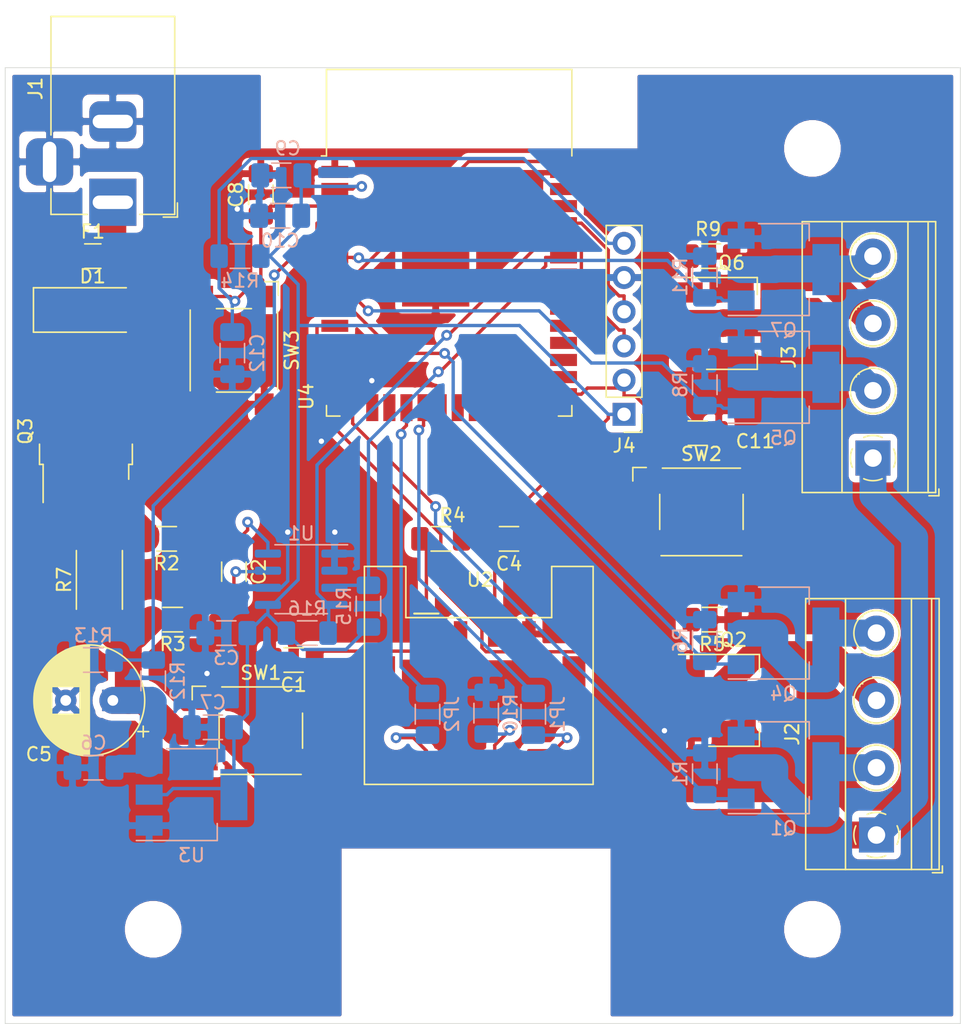
<source format=kicad_pcb>
(kicad_pcb (version 20171130) (host pcbnew 5.1.8+dfsg1-1+b1)
  (layers (0 F.Cu signal) (31 B.Cu signal) (34 B.Paste user) (35 F.Paste user) (36 B.SilkS user) (37 F.SilkS user) (38 B.Mask user) (39 F.Mask user) (44 Edge.Cuts user))
  (net 0 "")
  (net 1 GND)
  (net 2 "Net-(C1-Pad1)")
  (net 3 "Net-(C2-Pad2)")
  (net 4 "Net-(C2-Pad1)")
  (net 5 +3V3)
  (net 6 SHUNT-)
  (net 7 ESP32_EN)
  (net 8 GPIO0)
  (net 9 "Net-(D1-Pad1)")
  (net 10 "Net-(F1-Pad2)")
  (net 11 "Net-(J2-Pad4)")
  (net 12 "Net-(J2-Pad3)")
  (net 13 "Net-(J2-Pad2)")
  (net 14 "Net-(J3-Pad4)")
  (net 15 "Net-(J3-Pad3)")
  (net 16 "Net-(J3-Pad2)")
  (net 17 UART0_TX)
  (net 18 UART0_RX)
  (net 19 UART1_TX)
  (net 20 IQRF_RX)
  (net 21 UART1_RX)
  (net 22 IQRF_TX)
  (net 23 PWM1)
  (net 24 PWM2)
  (net 25 SHUNT+)
  (net 26 PWM3)
  (net 27 PWM4)
  (net 28 PWM5)
  (net 29 PWM6)
  (net 30 "Net-(R10-Pad1)")
  (net 31 "Net-(R12-Pad2)")
  (net 32 SDA)
  (net 33 SCL)
  (net 34 "Net-(U2-PadC2)")
  (net 35 "Net-(U2-PadC6)")
  (net 36 "Net-(U4-Pad5)")
  (net 37 "Net-(U4-Pad12)")
  (net 38 "Net-(U4-Pad13)")
  (net 39 "Net-(U4-Pad14)")
  (net 40 "Net-(U4-Pad16)")
  (net 41 "Net-(U4-Pad19)")
  (net 42 "Net-(U4-Pad20)")
  (net 43 "Net-(U4-Pad21)")
  (net 44 "Net-(U4-Pad22)")
  (net 45 "Net-(U4-Pad23)")
  (net 46 "Net-(U4-Pad24)")
  (net 47 "Net-(U4-Pad26)")
  (net 48 "Net-(U4-Pad27)")
  (net 49 "Net-(U4-Pad28)")
  (net 50 "Net-(U4-Pad29)")
  (net 51 "Net-(U4-Pad30)")
  (net 52 "Net-(U4-Pad31)")
  (net 53 "Net-(U4-Pad32)")
  (net 54 "Net-(U4-Pad37)")
  (module Button_Switch_SMD:SW_SPST_Omron_B3FS-100xP (layer F.Cu) (at 157 51 270)
    (fp_text reference SW3 (at 0 -4.3 90) (layer F.SilkS))
    (fp_text value SW_Push_Dual)
    (pad 3 smd rect (at -4 2.25 90) (size 1.6 1.4) (layers F.Cu F.Paste F.Mask) (net 7 ESP32_EN))
    (pad 4 smd rect (at 4 2.25 90) (size 1.6 1.4) (layers F.Cu F.Paste F.Mask) (net 1 GND))
    (pad 1 smd rect (at -4 -2.25 90) (size 1.6 1.4) (layers F.Cu F.Paste F.Mask) (net 7 ESP32_EN))
    (pad 2 smd rect (at 4 -2.25 90) (size 1.6 1.4) (layers F.Cu F.Paste F.Mask) (net 1 GND))
  )
  (module Button_Switch_SMD:SW_SPST_Omron_B3FS-100xP (layer F.Cu) (at 191.75 63)
    (fp_text reference SW2 (at 0 -4.3) (layer F.SilkS))
    (fp_text value SW_Push_Dual)
    (pad 3 smd rect (at -4 2.25 180) (size 1.6 1.4) (layers F.Cu F.Paste F.Mask) (net 8 GPIO0))
    (pad 4 smd rect (at 4 2.25 180) (size 1.6 1.4) (layers F.Cu F.Paste F.Mask) (net 1 GND))
    (pad 1 smd rect (at -4 -2.25 180) (size 1.6 1.4) (layers F.Cu F.Paste F.Mask) (net 8 GPIO0))
    (pad 2 smd rect (at 4 -2.25 180) (size 1.6 1.4) (layers F.Cu F.Paste F.Mask) (net 1 GND))
  )
  (module Button_Switch_SMD:SW_SPST_Omron_B3FS-100xP (layer F.Cu) (at 159 79.25)
    (fp_text reference SW1 (at 0 -4.3) (layer F.SilkS))
    (fp_text value SW_Push_Dual)
    (pad 3 smd rect (at -4 2.25 180) (size 1.6 1.4) (layers F.Cu F.Paste F.Mask) (net 1 GND))
    (pad 4 smd rect (at 4 2.25 180) (size 1.6 1.4) (layers F.Cu F.Paste F.Mask) (net 2 "Net-(C1-Pad1)"))
    (pad 1 smd rect (at -4 -2.25 180) (size 1.6 1.4) (layers F.Cu F.Paste F.Mask) (net 1 GND))
    (pad 2 smd rect (at 4 -2.25 180) (size 1.6 1.4) (layers F.Cu F.Paste F.Mask) (net 2 "Net-(C1-Pad1)"))
  )
  (module MountingHole:MountingHole_3.2mm_M3 (layer F.Cu) (at 200 94)
    (fp_text reference H3 hide)
    (fp_text value MountingHole)
    (pad 1 np_thru_hole circle (at 0 0) (size 3.2 3.2) (drill 3.2) (layers *.Cu *.Mask))
  )
  (module MountingHole:MountingHole_3.2mm_M3 (layer F.Cu) (at 151 94)
    (fp_text reference H2 hide)
    (fp_text value MountingHole)
    (pad 1 np_thru_hole circle (at 0 0) (size 3.2 3.2) (drill 3.2) (layers *.Cu *.Mask))
  )
  (module MountingHole:MountingHole_3.2mm_M3 (layer F.Cu) (at 200 36)
    (fp_text reference H1 hide)
    (fp_text value MountingHole)
    (pad 1 np_thru_hole circle (at 0 0) (size 3.2 3.2) (drill 3.2) (layers *.Cu *.Mask))
  )
  (module RF_Module:ESP32-WROOM-32 (layer F.Cu) (at 173 46)
    (fp_text reference U4 (at -10.61 8.43 90) (layer F.SilkS))
    (fp_text value ESP32-WROOM-32D)
    (pad 39 smd rect (at -1 -0.755) (size 5 5) (layers F.Cu F.Paste F.Mask) (net 1 GND))
    (pad 1 smd rect (at -8.5 -8.255) (size 2 0.9) (layers F.Cu F.Paste F.Mask) (net 1 GND))
    (pad 2 smd rect (at -8.5 -6.985) (size 2 0.9) (layers F.Cu F.Paste F.Mask) (net 5 +3V3))
    (pad 3 smd rect (at -8.5 -5.715) (size 2 0.9) (layers F.Cu F.Paste F.Mask) (net 7 ESP32_EN))
    (pad 4 smd rect (at -8.5 -4.445) (size 2 0.9) (layers F.Cu F.Paste F.Mask) (net 31 "Net-(R12-Pad2)"))
    (pad 5 smd rect (at -8.5 -3.175) (size 2 0.9) (layers F.Cu F.Paste F.Mask) (net 36 "Net-(U4-Pad5)"))
    (pad 6 smd rect (at -8.5 -1.905) (size 2 0.9) (layers F.Cu F.Paste F.Mask) (net 29 PWM6))
    (pad 7 smd rect (at -8.5 -0.635) (size 2 0.9) (layers F.Cu F.Paste F.Mask) (net 28 PWM5))
    (pad 8 smd rect (at -8.5 0.635) (size 2 0.9) (layers F.Cu F.Paste F.Mask) (net 27 PWM4))
    (pad 9 smd rect (at -8.5 1.905) (size 2 0.9) (layers F.Cu F.Paste F.Mask) (net 26 PWM3))
    (pad 10 smd rect (at -8.5 3.175) (size 2 0.9) (layers F.Cu F.Paste F.Mask) (net 24 PWM2))
    (pad 11 smd rect (at -8.5 4.445) (size 2 0.9) (layers F.Cu F.Paste F.Mask) (net 23 PWM1))
    (pad 12 smd rect (at -8.5 5.715) (size 2 0.9) (layers F.Cu F.Paste F.Mask) (net 37 "Net-(U4-Pad12)"))
    (pad 13 smd rect (at -8.5 6.985) (size 2 0.9) (layers F.Cu F.Paste F.Mask) (net 38 "Net-(U4-Pad13)"))
    (pad 14 smd rect (at -8.5 8.255) (size 2 0.9) (layers F.Cu F.Paste F.Mask) (net 39 "Net-(U4-Pad14)"))
    (pad 15 smd rect (at -5.715 9.255 90) (size 2 0.9) (layers F.Cu F.Paste F.Mask) (net 1 GND))
    (pad 16 smd rect (at -4.445 9.255 90) (size 2 0.9) (layers F.Cu F.Paste F.Mask) (net 40 "Net-(U4-Pad16)"))
    (pad 17 smd rect (at -3.175 9.255 90) (size 2 0.9) (layers F.Cu F.Paste F.Mask) (net 21 UART1_RX))
    (pad 18 smd rect (at -1.905 9.255 90) (size 2 0.9) (layers F.Cu F.Paste F.Mask) (net 19 UART1_TX))
    (pad 19 smd rect (at -0.635 9.255 90) (size 2 0.9) (layers F.Cu F.Paste F.Mask) (net 41 "Net-(U4-Pad19)"))
    (pad 20 smd rect (at 0.635 9.255 90) (size 2 0.9) (layers F.Cu F.Paste F.Mask) (net 42 "Net-(U4-Pad20)"))
    (pad 21 smd rect (at 1.905 9.255 90) (size 2 0.9) (layers F.Cu F.Paste F.Mask) (net 43 "Net-(U4-Pad21)"))
    (pad 22 smd rect (at 3.175 9.255 90) (size 2 0.9) (layers F.Cu F.Paste F.Mask) (net 44 "Net-(U4-Pad22)"))
    (pad 23 smd rect (at 4.445 9.255 90) (size 2 0.9) (layers F.Cu F.Paste F.Mask) (net 45 "Net-(U4-Pad23)"))
    (pad 24 smd rect (at 5.715 9.255 90) (size 2 0.9) (layers F.Cu F.Paste F.Mask) (net 46 "Net-(U4-Pad24)"))
    (pad 25 smd rect (at 8.5 8.255) (size 2 0.9) (layers F.Cu F.Paste F.Mask) (net 8 GPIO0))
    (pad 26 smd rect (at 8.5 6.985) (size 2 0.9) (layers F.Cu F.Paste F.Mask) (net 47 "Net-(U4-Pad26)"))
    (pad 27 smd rect (at 8.5 5.715) (size 2 0.9) (layers F.Cu F.Paste F.Mask) (net 48 "Net-(U4-Pad27)"))
    (pad 28 smd rect (at 8.5 4.445) (size 2 0.9) (layers F.Cu F.Paste F.Mask) (net 49 "Net-(U4-Pad28)"))
    (pad 29 smd rect (at 8.5 3.175) (size 2 0.9) (layers F.Cu F.Paste F.Mask) (net 50 "Net-(U4-Pad29)"))
    (pad 30 smd rect (at 8.5 1.905) (size 2 0.9) (layers F.Cu F.Paste F.Mask) (net 51 "Net-(U4-Pad30)"))
    (pad 31 smd rect (at 8.5 0.635) (size 2 0.9) (layers F.Cu F.Paste F.Mask) (net 52 "Net-(U4-Pad31)"))
    (pad 32 smd rect (at 8.5 -0.635) (size 2 0.9) (layers F.Cu F.Paste F.Mask) (net 53 "Net-(U4-Pad32)"))
    (pad 33 smd rect (at 8.5 -1.905) (size 2 0.9) (layers F.Cu F.Paste F.Mask) (net 32 SDA))
    (pad 34 smd rect (at 8.5 -3.175) (size 2 0.9) (layers F.Cu F.Paste F.Mask) (net 18 UART0_RX))
    (pad 35 smd rect (at 8.5 -4.445) (size 2 0.9) (layers F.Cu F.Paste F.Mask) (net 17 UART0_TX))
    (pad 36 smd rect (at 8.5 -5.715) (size 2 0.9) (layers F.Cu F.Paste F.Mask) (net 33 SCL))
    (pad 37 smd rect (at 8.5 -6.985) (size 2 0.9) (layers F.Cu F.Paste F.Mask) (net 54 "Net-(U4-Pad37)"))
    (pad 38 smd rect (at 8.5 -8.255) (size 2 0.9) (layers F.Cu F.Paste F.Mask) (net 1 GND))
  )
  (module Fuse:Fuse_1206_3216Metric_Pad1.42x1.75mm_HandSolder (layer F.Cu) (at 146.512 44)
    (fp_text reference F1 (at 0 -1.82) (layer F.SilkS))
    (fp_text value 2A)
    (pad 2 smd roundrect (at 1.4875 0) (size 1.425 1.75) (layers F.Cu F.Paste F.Mask) (roundrect_rratio 0.1754385964912281) (net 10 "Net-(F1-Pad2)"))
    (pad 1 smd roundrect (at -1.4875 0) (size 1.425 1.75) (layers F.Cu F.Paste F.Mask) (roundrect_rratio 0.1754385964912281) (net 9 "Net-(D1-Pad1)"))
  )
  (module Package_TO_SOT_SMD:SOT-223-3_TabPin2 (layer B.Cu) (at 153.85 84)
    (fp_text reference U3 (at 0 4.5 180) (layer B.SilkS) (effects (justify mirror)))
    (fp_text value LDL1117S33R_SOT223)
    (pad 1 smd rect (at -3.15 2.3) (size 2 1.5) (layers B.Cu B.Paste B.Mask) (net 1 GND))
    (pad 3 smd rect (at -3.15 -2.3) (size 2 1.5) (layers B.Cu B.Paste B.Mask) (net 6 SHUNT-))
    (pad 2 smd rect (at -3.15 0) (size 2 1.5) (layers B.Cu B.Paste B.Mask) (net 5 +3V3))
    (pad 2 smd rect (at 3.15 0) (size 2 3.8) (layers B.Cu B.Paste B.Mask) (net 5 +3V3))
  )
  (module RF_Module:IQRF_TRx2DA_KON-SIM-01 (layer F.Cu) (at 175.2 77.04)
    (fp_text reference U2 (at 0.1 -9) (layer F.SilkS))
    (fp_text value TR-72DAT)
    (pad C1 smd rect (at -3.895 -4.975) (size 1 1.9) (layers F.Cu F.Paste F.Mask) (net 2 "Net-(C1-Pad1)"))
    (pad C2 smd rect (at -1.355 -4.975) (size 1 1.9) (layers F.Cu F.Paste F.Mask) (net 34 "Net-(U2-PadC2)"))
    (pad C3 smd rect (at 1.185 -4.975) (size 1 1.9) (layers F.Cu F.Paste F.Mask) (net 5 +3V3))
    (pad C4 smd rect (at 3.725 -4.975) (size 1 1.9) (layers F.Cu F.Paste F.Mask) (net 1 GND))
    (pad C5 smd rect (at -3.895 4.975) (size 1 1.9) (layers F.Cu F.Paste F.Mask) (net 22 IQRF_TX))
    (pad C6 smd rect (at -1.355 4.975) (size 1 1.9) (layers F.Cu F.Paste F.Mask) (net 35 "Net-(U2-PadC6)"))
    (pad C7 smd rect (at 1.185 4.975) (size 1 1.9) (layers F.Cu F.Paste F.Mask) (net 30 "Net-(R10-Pad1)"))
    (pad C8 smd rect (at 3.725 4.975) (size 1 1.9) (layers F.Cu F.Paste F.Mask) (net 20 IQRF_RX))
    (pad "" smd rect (at -7.075 -1.07) (size 1.7 4.5) (layers F.Cu F.Paste F.Mask))
    (pad "" smd rect (at 7.075 -1.07) (size 1.7 4.5) (layers F.Cu F.Paste F.Mask))
  )
  (module Package_SO:SOIC-8_3.9x4.9mm_P1.27mm (layer B.Cu) (at 162 68 180)
    (fp_text reference U1 (at 0 3.4) (layer B.SilkS) (effects (justify mirror)))
    (fp_text value INA219AxD)
    (pad 8 smd roundrect (at 2.475 1.905 180) (size 1.95 0.6) (layers B.Cu B.Paste B.Mask) (net 4 "Net-(C2-Pad1)"))
    (pad 7 smd roundrect (at 2.475 0.635 180) (size 1.95 0.6) (layers B.Cu B.Paste B.Mask) (net 3 "Net-(C2-Pad2)"))
    (pad 6 smd roundrect (at 2.475 -0.635 180) (size 1.95 0.6) (layers B.Cu B.Paste B.Mask) (net 1 GND))
    (pad 5 smd roundrect (at 2.475 -1.905 180) (size 1.95 0.6) (layers B.Cu B.Paste B.Mask) (net 5 +3V3))
    (pad 4 smd roundrect (at -2.475 -1.905 180) (size 1.95 0.6) (layers B.Cu B.Paste B.Mask) (net 33 SCL))
    (pad 3 smd roundrect (at -2.475 -0.635 180) (size 1.95 0.6) (layers B.Cu B.Paste B.Mask) (net 32 SDA))
    (pad 2 smd roundrect (at -2.475 0.635 180) (size 1.95 0.6) (layers B.Cu B.Paste B.Mask) (net 1 GND))
    (pad 1 smd roundrect (at -2.475 1.905 180) (size 1.95 0.6) (layers B.Cu B.Paste B.Mask) (net 1 GND))
  )
  (module Resistor_SMD:R_1206_3216Metric_Pad1.30x1.75mm_HandSolder (layer B.Cu) (at 162.45 72 180)
    (fp_text reference R16 (at 0 1.82 180) (layer B.SilkS) (effects (justify mirror)))
    (fp_text value 3.3k)
    (pad 2 smd roundrect (at 1.55 0 180) (size 1.3 1.75) (layers B.Cu B.Paste B.Mask) (roundrect_rratio 0.1923076923076923) (net 5 +3V3))
    (pad 1 smd roundrect (at -1.55 0 180) (size 1.3 1.75) (layers B.Cu B.Paste B.Mask) (roundrect_rratio 0.1923076923076923) (net 33 SCL))
  )
  (module Resistor_SMD:R_1206_3216Metric_Pad1.30x1.75mm_HandSolder (layer B.Cu) (at 167 70 270)
    (fp_text reference R15 (at 0 1.82 90) (layer B.SilkS) (effects (justify mirror)))
    (fp_text value 3.3k)
    (pad 2 smd roundrect (at 1.55 0 270) (size 1.3 1.75) (layers B.Cu B.Paste B.Mask) (roundrect_rratio 0.1923076923076923) (net 5 +3V3))
    (pad 1 smd roundrect (at -1.55 0 270) (size 1.3 1.75) (layers B.Cu B.Paste B.Mask) (roundrect_rratio 0.1923076923076923) (net 32 SDA))
  )
  (module Resistor_SMD:R_1206_3216Metric_Pad1.30x1.75mm_HandSolder (layer B.Cu) (at 157.45 44)
    (fp_text reference R14 (at 0 1.82 180) (layer B.SilkS) (effects (justify mirror)))
    (fp_text value 10k)
    (pad 2 smd roundrect (at 1.55 0) (size 1.3 1.75) (layers B.Cu B.Paste B.Mask) (roundrect_rratio 0.1923076923076923) (net 5 +3V3))
    (pad 1 smd roundrect (at -1.55 0) (size 1.3 1.75) (layers B.Cu B.Paste B.Mask) (roundrect_rratio 0.1923076923076923) (net 7 ESP32_EN))
  )
  (module Resistor_SMD:R_1206_3216Metric_Pad1.30x1.75mm_HandSolder (layer B.Cu) (at 146.55 74 180)
    (fp_text reference R13 (at 0 1.82) (layer B.SilkS) (effects (justify mirror)))
    (fp_text value 2.7k)
    (pad 1 smd roundrect (at -1.55 0 180) (size 1.3 1.75) (layers B.Cu B.Paste B.Mask) (roundrect_rratio 0.1923076923076923) (net 31 "Net-(R12-Pad2)"))
    (pad 2 smd roundrect (at 1.55 0 180) (size 1.3 1.75) (layers B.Cu B.Paste B.Mask) (roundrect_rratio 0.1923076923076923) (net 1 GND))
  )
  (module Resistor_SMD:R_1206_3216Metric_Pad1.30x1.75mm_HandSolder (layer B.Cu) (at 151 75.55 90)
    (fp_text reference R12 (at 0 1.82 90) (layer B.SilkS) (effects (justify mirror)))
    (fp_text value 10k)
    (pad 2 smd roundrect (at 1.55 0 90) (size 1.3 1.75) (layers B.Cu B.Paste B.Mask) (roundrect_rratio 0.1923076923076923) (net 31 "Net-(R12-Pad2)"))
    (pad 1 smd roundrect (at -1.55 0 90) (size 1.3 1.75) (layers B.Cu B.Paste B.Mask) (roundrect_rratio 0.1923076923076923) (net 6 SHUNT-))
  )
  (module Resistor_SMD:R_1206_3216Metric_Pad1.30x1.75mm_HandSolder (layer B.Cu) (at 192 45.55 270)
    (fp_text reference R11 (at 0 1.82 90) (layer B.SilkS) (effects (justify mirror)))
    (fp_text value 10k)
    (pad 2 smd roundrect (at 1.55 0 270) (size 1.3 1.75) (layers B.Cu B.Paste B.Mask) (roundrect_rratio 0.1923076923076923) (net 29 PWM6))
    (pad 1 smd roundrect (at -1.55 0 270) (size 1.3 1.75) (layers B.Cu B.Paste B.Mask) (roundrect_rratio 0.1923076923076923) (net 1 GND))
  )
  (module Resistor_SMD:R_1206_3216Metric_Pad1.30x1.75mm_HandSolder (layer B.Cu) (at 175.75 77.95 90)
    (fp_text reference R10 (at 0 1.82 90) (layer B.SilkS) (effects (justify mirror)))
    (fp_text value 4.7k)
    (pad 2 smd roundrect (at 1.55 0 90) (size 1.3 1.75) (layers B.Cu B.Paste B.Mask) (roundrect_rratio 0.1923076923076923) (net 1 GND))
    (pad 1 smd roundrect (at -1.55 0 90) (size 1.3 1.75) (layers B.Cu B.Paste B.Mask) (roundrect_rratio 0.1923076923076923) (net 30 "Net-(R10-Pad1)"))
  )
  (module Resistor_SMD:R_1206_3216Metric_Pad1.30x1.75mm_HandSolder (layer F.Cu) (at 192.45 44 180)
    (fp_text reference R9 (at 0.2 2) (layer F.SilkS))
    (fp_text value 10k)
    (pad 2 smd roundrect (at 1.55 0 180) (size 1.3 1.75) (layers F.Cu F.Paste F.Mask) (roundrect_rratio 0.1923076923076923) (net 28 PWM5))
    (pad 1 smd roundrect (at -1.55 0 180) (size 1.3 1.75) (layers F.Cu F.Paste F.Mask) (roundrect_rratio 0.1923076923076923) (net 1 GND))
  )
  (module Resistor_SMD:R_1206_3216Metric_Pad1.30x1.75mm_HandSolder (layer B.Cu) (at 192 53.55 270)
    (fp_text reference R8 (at 0 1.82 90) (layer B.SilkS) (effects (justify mirror)))
    (fp_text value 10k)
    (pad 2 smd roundrect (at 1.55 0 270) (size 1.3 1.75) (layers B.Cu B.Paste B.Mask) (roundrect_rratio 0.1923076923076923) (net 27 PWM4))
    (pad 1 smd roundrect (at -1.55 0 270) (size 1.3 1.75) (layers B.Cu B.Paste B.Mask) (roundrect_rratio 0.1923076923076923) (net 1 GND))
  )
  (module Resistor_SMD:R_2512_6332Metric_Pad1.40x3.35mm_HandSolder (layer F.Cu) (at 147 68.05 90)
    (fp_text reference R7 (at 0 -2.62 90) (layer F.SilkS))
    (fp_text value R100)
    (pad 2 smd roundrect (at 3.05 0 90) (size 1.4 3.35) (layers F.Cu F.Paste F.Mask) (roundrect_rratio 0.1785707142857143) (net 25 SHUNT+))
    (pad 1 smd roundrect (at -3.05 0 90) (size 1.4 3.35) (layers F.Cu F.Paste F.Mask) (roundrect_rratio 0.1785707142857143) (net 6 SHUNT-))
  )
  (module Resistor_SMD:R_1206_3216Metric_Pad1.30x1.75mm_HandSolder (layer B.Cu) (at 192 72.55 270)
    (fp_text reference R6 (at 0 1.82 90) (layer B.SilkS) (effects (justify mirror)))
    (fp_text value 10k)
    (pad 1 smd roundrect (at -1.55 0 270) (size 1.3 1.75) (layers B.Cu B.Paste B.Mask) (roundrect_rratio 0.1923076923076923) (net 1 GND))
    (pad 2 smd roundrect (at 1.55 0 270) (size 1.3 1.75) (layers B.Cu B.Paste B.Mask) (roundrect_rratio 0.1923076923076923) (net 26 PWM3))
  )
  (module Resistor_SMD:R_1206_3216Metric_Pad1.30x1.75mm_HandSolder (layer F.Cu) (at 192.55 71 180)
    (fp_text reference R5 (at 0 -1.82) (layer F.SilkS))
    (fp_text value 10k)
    (pad 1 smd roundrect (at -1.55 0 180) (size 1.3 1.75) (layers F.Cu F.Paste F.Mask) (roundrect_rratio 0.1923076923076923) (net 1 GND))
    (pad 2 smd roundrect (at 1.55 0 180) (size 1.3 1.75) (layers F.Cu F.Paste F.Mask) (roundrect_rratio 0.1923076923076923) (net 24 PWM2))
  )
  (module Resistor_SMD:R_1206_3216Metric_Pad1.30x1.75mm_HandSolder (layer F.Cu) (at 172.38 65)
    (fp_text reference R4 (at 0.87 -1.75) (layer F.SilkS))
    (fp_text value 10k)
    (pad 2 smd roundrect (at 1.55 0) (size 1.3 1.75) (layers F.Cu F.Paste F.Mask) (roundrect_rratio 0.1923076923076923) (net 5 +3V3))
    (pad 1 smd roundrect (at -1.55 0) (size 1.3 1.75) (layers F.Cu F.Paste F.Mask) (roundrect_rratio 0.1923076923076923) (net 2 "Net-(C1-Pad1)"))
  )
  (module Resistor_SMD:R_1206_3216Metric_Pad1.30x1.75mm_HandSolder (layer F.Cu) (at 152.45 71 180)
    (fp_text reference R3 (at 0 -1.82) (layer F.SilkS))
    (fp_text value 10R)
    (pad 2 smd roundrect (at 1.55 0 180) (size 1.3 1.75) (layers F.Cu F.Paste F.Mask) (roundrect_rratio 0.1923076923076923) (net 6 SHUNT-))
    (pad 1 smd roundrect (at -1.55 0 180) (size 1.3 1.75) (layers F.Cu F.Paste F.Mask) (roundrect_rratio 0.1923076923076923) (net 3 "Net-(C2-Pad2)"))
  )
  (module Resistor_SMD:R_1206_3216Metric_Pad1.30x1.75mm_HandSolder (layer F.Cu) (at 152 65 180)
    (fp_text reference R2 (at 0 -1.82) (layer F.SilkS))
    (fp_text value 10R)
    (pad 2 smd roundrect (at 1.55 0 180) (size 1.3 1.75) (layers F.Cu F.Paste F.Mask) (roundrect_rratio 0.1923076923076923) (net 25 SHUNT+))
    (pad 1 smd roundrect (at -1.55 0 180) (size 1.3 1.75) (layers F.Cu F.Paste F.Mask) (roundrect_rratio 0.1923076923076923) (net 4 "Net-(C2-Pad1)"))
  )
  (module Resistor_SMD:R_1206_3216Metric_Pad1.30x1.75mm_HandSolder (layer B.Cu) (at 192 82.45 270)
    (fp_text reference R1 (at 0 1.82 90) (layer B.SilkS) (effects (justify mirror)))
    (fp_text value 10k)
    (pad 1 smd roundrect (at -1.55 0 270) (size 1.3 1.75) (layers B.Cu B.Paste B.Mask) (roundrect_rratio 0.1923076923076923) (net 1 GND))
    (pad 2 smd roundrect (at 1.55 0 270) (size 1.3 1.75) (layers B.Cu B.Paste B.Mask) (roundrect_rratio 0.1923076923076923) (net 23 PWM1))
  )
  (module Package_TO_SOT_SMD:SOT-223-3_TabPin2 (layer B.Cu) (at 197.85 45)
    (fp_text reference Q7 (at 0 4.5) (layer B.SilkS) (effects (justify mirror)))
    (fp_text value BUK98150-55A)
    (pad 1 smd rect (at -3.15 2.3) (size 2 1.5) (layers B.Cu B.Paste B.Mask) (net 29 PWM6))
    (pad 3 smd rect (at -3.15 -2.3) (size 2 1.5) (layers B.Cu B.Paste B.Mask) (net 1 GND))
    (pad 2 smd rect (at -3.15 0) (size 2 1.5) (layers B.Cu B.Paste B.Mask) (net 14 "Net-(J3-Pad4)"))
    (pad 2 smd rect (at 3.15 0) (size 2 3.8) (layers B.Cu B.Paste B.Mask) (net 14 "Net-(J3-Pad4)"))
  )
  (module Package_TO_SOT_SMD:SOT-223-3_TabPin2 (layer F.Cu) (at 193.99 49)
    (fp_text reference Q6 (at 0 -4.5) (layer F.SilkS))
    (fp_text value BUK98150-55A)
    (pad 1 smd rect (at -3.15 -2.3) (size 2 1.5) (layers F.Cu F.Paste F.Mask) (net 28 PWM5))
    (pad 3 smd rect (at -3.15 2.3) (size 2 1.5) (layers F.Cu F.Paste F.Mask) (net 1 GND))
    (pad 2 smd rect (at -3.15 0) (size 2 1.5) (layers F.Cu F.Paste F.Mask) (net 15 "Net-(J3-Pad3)"))
    (pad 2 smd rect (at 3.15 0) (size 2 3.8) (layers F.Cu F.Paste F.Mask) (net 15 "Net-(J3-Pad3)"))
  )
  (module Package_TO_SOT_SMD:SOT-223-3_TabPin2 (layer B.Cu) (at 197.85 53)
    (fp_text reference Q5 (at 0 4.5) (layer B.SilkS) (effects (justify mirror)))
    (fp_text value BUK98150-55A)
    (pad 1 smd rect (at -3.15 2.3) (size 2 1.5) (layers B.Cu B.Paste B.Mask) (net 27 PWM4))
    (pad 3 smd rect (at -3.15 -2.3) (size 2 1.5) (layers B.Cu B.Paste B.Mask) (net 1 GND))
    (pad 2 smd rect (at -3.15 0) (size 2 1.5) (layers B.Cu B.Paste B.Mask) (net 16 "Net-(J3-Pad2)"))
    (pad 2 smd rect (at 3.15 0) (size 2 3.8) (layers B.Cu B.Paste B.Mask) (net 16 "Net-(J3-Pad2)"))
  )
  (module Package_TO_SOT_SMD:SOT-223-3_TabPin2 (layer B.Cu) (at 197.85 72)
    (fp_text reference Q4 (at 0 4.5) (layer B.SilkS) (effects (justify mirror)))
    (fp_text value BUK98150-55A)
    (pad 2 smd rect (at 3.15 0) (size 2 3.8) (layers B.Cu B.Paste B.Mask) (net 11 "Net-(J2-Pad4)"))
    (pad 2 smd rect (at -3.15 0) (size 2 1.5) (layers B.Cu B.Paste B.Mask) (net 11 "Net-(J2-Pad4)"))
    (pad 3 smd rect (at -3.15 -2.3) (size 2 1.5) (layers B.Cu B.Paste B.Mask) (net 1 GND))
    (pad 1 smd rect (at -3.15 2.3) (size 2 1.5) (layers B.Cu B.Paste B.Mask) (net 26 PWM3))
  )
  (module Package_TO_SOT_SMD:TO-252-2 (layer F.Cu) (at 146 57 90)
    (fp_text reference Q3 (at 0 -4.5 90) (layer F.SilkS))
    (fp_text value FDD4243)
    (pad 2 smd rect (at 2.1 0 90) (size 6.4 5.8) (layers F.Cu F.Mask) (net 9 "Net-(D1-Pad1)"))
    (pad 3 smd rect (at -4.2 2.28 90) (size 2.2 1.2) (layers F.Cu F.Paste F.Mask) (net 25 SHUNT+))
    (pad 1 smd rect (at -4.2 -2.28 90) (size 2.2 1.2) (layers F.Cu F.Paste F.Mask) (net 1 GND))
  )
  (module Package_TO_SOT_SMD:SOT-223-3_TabPin2 (layer F.Cu) (at 194.15 77)
    (fp_text reference Q2 (at 0 -4.5 180) (layer F.SilkS))
    (fp_text value BUK98150-55A)
    (pad 2 smd rect (at 3.15 0) (size 2 3.8) (layers F.Cu F.Paste F.Mask) (net 12 "Net-(J2-Pad3)"))
    (pad 2 smd rect (at -3.15 0) (size 2 1.5) (layers F.Cu F.Paste F.Mask) (net 12 "Net-(J2-Pad3)"))
    (pad 3 smd rect (at -3.15 2.3) (size 2 1.5) (layers F.Cu F.Paste F.Mask) (net 1 GND))
    (pad 1 smd rect (at -3.15 -2.3) (size 2 1.5) (layers F.Cu F.Paste F.Mask) (net 24 PWM2))
  )
  (module Package_TO_SOT_SMD:SOT-223-3_TabPin2 (layer B.Cu) (at 197.85 82)
    (fp_text reference Q1 (at 0 4.5) (layer B.SilkS) (effects (justify mirror)))
    (fp_text value BUK98150-55A)
    (pad 2 smd rect (at 3.15 0) (size 2 3.8) (layers B.Cu B.Paste B.Mask) (net 13 "Net-(J2-Pad2)"))
    (pad 2 smd rect (at -3.15 0) (size 2 1.5) (layers B.Cu B.Paste B.Mask) (net 13 "Net-(J2-Pad2)"))
    (pad 3 smd rect (at -3.15 -2.3) (size 2 1.5) (layers B.Cu B.Paste B.Mask) (net 1 GND))
    (pad 1 smd rect (at -3.15 2.3) (size 2 1.5) (layers B.Cu B.Paste B.Mask) (net 23 PWM1))
  )
  (module Resistor_SMD:R_1206_3216Metric_Pad1.30x1.75mm_HandSolder (layer B.Cu) (at 171.39 78.03 90)
    (fp_text reference JP2 (at 0 1.82 270) (layer B.SilkS) (effects (justify mirror)))
    (fp_text value Jumper_2_Bridged)
    (pad 2 smd roundrect (at 1.55 0 90) (size 1.3 1.75) (layers B.Cu B.Paste B.Mask) (roundrect_rratio 0.1923076923076923) (net 21 UART1_RX))
    (pad 1 smd roundrect (at -1.55 0 90) (size 1.3 1.75) (layers B.Cu B.Paste B.Mask) (roundrect_rratio 0.1923076923076923) (net 22 IQRF_TX))
  )
  (module Resistor_SMD:R_1206_3216Metric_Pad1.30x1.75mm_HandSolder (layer B.Cu) (at 179.25 78.03 90)
    (fp_text reference JP1 (at 0 1.82 270) (layer B.SilkS) (effects (justify mirror)))
    (fp_text value Jumper_2_Bridged)
    (pad 2 smd roundrect (at 1.55 0 90) (size 1.3 1.75) (layers B.Cu B.Paste B.Mask) (roundrect_rratio 0.1923076923076923) (net 19 UART1_TX))
    (pad 1 smd roundrect (at -1.55 0 90) (size 1.3 1.75) (layers B.Cu B.Paste B.Mask) (roundrect_rratio 0.1923076923076923) (net 20 IQRF_RX))
  )
  (module Connector_PinHeader_2.54mm:PinHeader_1x06_P2.54mm_Vertical (layer F.Cu) (at 186 55.75 180)
    (fp_text reference J4 (at 0 -2.33) (layer F.SilkS))
    (fp_text value Conn_01x06)
    (pad 6 thru_hole oval (at 0 12.7 180) (size 1.7 1.7) (drill 1) (layers *.Cu *.Mask) (net 7 ESP32_EN))
    (pad 5 thru_hole oval (at 0 10.16 180) (size 1.7 1.7) (drill 1) (layers *.Cu *.Mask) (net 1 GND))
    (pad 4 thru_hole oval (at 0 7.62 180) (size 1.7 1.7) (drill 1) (layers *.Cu *.Mask) (net 17 UART0_TX))
    (pad 3 thru_hole oval (at 0 5.08 180) (size 1.7 1.7) (drill 1) (layers *.Cu *.Mask) (net 18 UART0_RX))
    (pad 2 thru_hole oval (at 0 2.54 180) (size 1.7 1.7) (drill 1) (layers *.Cu *.Mask) (net 8 GPIO0))
    (pad 1 thru_hole rect (at 0 0 180) (size 1.7 1.7) (drill 1) (layers *.Cu *.Mask) (net 5 +3V3))
  )
  (module TerminalBlock_Phoenix:TerminalBlock_Phoenix_MKDS-1,5-4_1x04_P5.00mm_Horizontal (layer F.Cu) (at 204.5 59 90)
    (fp_text reference J3 (at 7.5 -6.26 90) (layer F.SilkS))
    (fp_text value DG300-5.0)
    (pad 4 thru_hole circle (at 15 0 90) (size 2.6 2.6) (drill 1.3) (layers *.Cu *.Mask) (net 14 "Net-(J3-Pad4)"))
    (pad 3 thru_hole circle (at 10 0 90) (size 2.6 2.6) (drill 1.3) (layers *.Cu *.Mask) (net 15 "Net-(J3-Pad3)"))
    (pad 2 thru_hole circle (at 5 0 90) (size 2.6 2.6) (drill 1.3) (layers *.Cu *.Mask) (net 16 "Net-(J3-Pad2)"))
    (pad 1 thru_hole rect (at 0 0 90) (size 2.6 2.6) (drill 1.3) (layers *.Cu *.Mask) (net 6 SHUNT-))
  )
  (module TerminalBlock_Phoenix:TerminalBlock_Phoenix_MKDS-1,5-4_1x04_P5.00mm_Horizontal (layer F.Cu) (at 204.76 87 90)
    (fp_text reference J2 (at 7.5 -6.26 90) (layer F.SilkS))
    (fp_text value DG300-5.0)
    (pad 1 thru_hole rect (at 0 0 90) (size 2.6 2.6) (drill 1.3) (layers *.Cu *.Mask) (net 6 SHUNT-))
    (pad 2 thru_hole circle (at 5 0 90) (size 2.6 2.6) (drill 1.3) (layers *.Cu *.Mask) (net 13 "Net-(J2-Pad2)"))
    (pad 3 thru_hole circle (at 10 0 90) (size 2.6 2.6) (drill 1.3) (layers *.Cu *.Mask) (net 12 "Net-(J2-Pad3)"))
    (pad 4 thru_hole circle (at 15 0 90) (size 2.6 2.6) (drill 1.3) (layers *.Cu *.Mask) (net 11 "Net-(J2-Pad4)"))
  )
  (module Connector_BarrelJack:BarrelJack_Horizontal (layer F.Cu) (at 148 40 270)
    (fp_text reference J1 (at -8.45 5.75 90) (layer F.SilkS))
    (fp_text value Barrel_Jack_Switch)
    (pad 3 thru_hole roundrect (at -3 4.7 270) (size 3.5 3.5) (drill oval 3 1) (layers *.Cu *.Mask) (net 1 GND))
    (pad 2 thru_hole roundrect (at -6 0 270) (size 3 3.5) (drill oval 1 3) (layers *.Cu *.Mask) (net 1 GND))
    (pad 1 thru_hole rect (at 0 0 270) (size 3.5 3.5) (drill oval 1 3) (layers *.Cu *.Mask) (net 10 "Net-(F1-Pad2)"))
  )
  (module Diode_SMD:D_SMA_Handsoldering (layer F.Cu) (at 146.5 48)
    (fp_text reference D1 (at 0 -2.5) (layer F.SilkS))
    (fp_text value SMAJ12CA-E3/61)
    (pad 2 smd rect (at 2.5 0) (size 3.5 1.8) (layers F.Cu F.Paste F.Mask) (net 1 GND))
    (pad 1 smd rect (at -2.5 0) (size 3.5 1.8) (layers F.Cu F.Paste F.Mask) (net 9 "Net-(D1-Pad1)"))
  )
  (module Capacitor_SMD:C_1206_3216Metric_Pad1.33x1.80mm_HandSolder (layer B.Cu) (at 156.88 51.2025 90)
    (fp_text reference C12 (at 0 1.85 90) (layer B.SilkS) (effects (justify mirror)))
    (fp_text value 100n)
    (pad 2 smd roundrect (at 1.5625 0 90) (size 1.325 1.8) (layers B.Cu B.Paste B.Mask) (roundrect_rratio 0.1886784905660377) (net 7 ESP32_EN))
    (pad 1 smd roundrect (at -1.5625 0 90) (size 1.325 1.8) (layers B.Cu B.Paste B.Mask) (roundrect_rratio 0.1886784905660377) (net 1 GND))
  )
  (module Capacitor_SMD:C_1206_3216Metric_Pad1.33x1.80mm_HandSolder (layer F.Cu) (at 191.478 57.15 180)
    (fp_text reference C11 (at -4.272 -0.6) (layer F.SilkS))
    (fp_text value 100n)
    (pad 1 smd roundrect (at -1.5625 0 180) (size 1.325 1.8) (layers F.Cu F.Paste F.Mask) (roundrect_rratio 0.1886784905660377) (net 1 GND))
    (pad 2 smd roundrect (at 1.5625 0 180) (size 1.325 1.8) (layers F.Cu F.Paste F.Mask) (roundrect_rratio 0.1886784905660377) (net 8 GPIO0))
  )
  (module Capacitor_SMD:C_1206_3216Metric_Pad1.33x1.80mm_HandSolder (layer B.Cu) (at 160.438 41)
    (fp_text reference C10 (at 0 1.85) (layer B.SilkS) (effects (justify mirror)))
    (fp_text value 100n)
    (pad 2 smd roundrect (at 1.5625 0) (size 1.325 1.8) (layers B.Cu B.Paste B.Mask) (roundrect_rratio 0.1886784905660377) (net 5 +3V3))
    (pad 1 smd roundrect (at -1.5625 0) (size 1.325 1.8) (layers B.Cu B.Paste B.Mask) (roundrect_rratio 0.1886784905660377) (net 1 GND))
  )
  (module Capacitor_SMD:C_1206_3216Metric_Pad1.33x1.80mm_HandSolder (layer B.Cu) (at 160.522 38)
    (fp_text reference C9 (at 0.4775 -2) (layer B.SilkS) (effects (justify mirror)))
    (fp_text value 22u)
    (pad 2 smd roundrect (at 1.5625 0) (size 1.325 1.8) (layers B.Cu B.Paste B.Mask) (roundrect_rratio 0.1886784905660377) (net 5 +3V3))
    (pad 1 smd roundrect (at -1.5625 0) (size 1.325 1.8) (layers B.Cu B.Paste B.Mask) (roundrect_rratio 0.1886784905660377) (net 1 GND))
  )
  (module Capacitor_SMD:C_1206_3216Metric_Pad1.33x1.80mm_HandSolder (layer F.Cu) (at 159 39.4375 90)
    (fp_text reference C8 (at 0 -1.85 270) (layer F.SilkS))
    (fp_text value 100n)
    (pad 2 smd roundrect (at 1.5625 0 90) (size 1.325 1.8) (layers F.Cu F.Paste F.Mask) (roundrect_rratio 0.1886784905660377) (net 1 GND))
    (pad 1 smd roundrect (at -1.5625 0 90) (size 1.325 1.8) (layers F.Cu F.Paste F.Mask) (roundrect_rratio 0.1886784905660377) (net 7 ESP32_EN))
  )
  (module Capacitor_SMD:C_1206_3216Metric_Pad1.33x1.80mm_HandSolder (layer B.Cu) (at 155.438 79 180)
    (fp_text reference C7 (at 0 1.85) (layer B.SilkS) (effects (justify mirror)))
    (fp_text value 4.7u)
    (pad 2 smd roundrect (at 1.5625 0 180) (size 1.325 1.8) (layers B.Cu B.Paste B.Mask) (roundrect_rratio 0.1886784905660377) (net 1 GND))
    (pad 1 smd roundrect (at -1.5625 0 180) (size 1.325 1.8) (layers B.Cu B.Paste B.Mask) (roundrect_rratio 0.1886784905660377) (net 5 +3V3))
  )
  (module Capacitor_SMD:C_1206_3216Metric_Pad1.33x1.80mm_HandSolder (layer B.Cu) (at 146.562 82 180)
    (fp_text reference C6 (at 0 1.85 180) (layer B.SilkS) (effects (justify mirror)))
    (fp_text value 1u)
    (pad 2 smd roundrect (at 1.5625 0 180) (size 1.325 1.8) (layers B.Cu B.Paste B.Mask) (roundrect_rratio 0.1886784905660377) (net 1 GND))
    (pad 1 smd roundrect (at -1.5625 0 180) (size 1.325 1.8) (layers B.Cu B.Paste B.Mask) (roundrect_rratio 0.1886784905660377) (net 6 SHUNT-))
  )
  (module Capacitor_THT:CP_Radial_D8.0mm_P3.50mm (layer F.Cu) (at 148 77 180)
    (fp_text reference C5 (at 5.5 -4) (layer F.SilkS))
    (fp_text value 470u)
    (pad 2 thru_hole circle (at 3.5 0 180) (size 1.6 1.6) (drill 0.8) (layers *.Cu *.Mask) (net 1 GND))
    (pad 1 thru_hole rect (at 0 0 180) (size 1.6 1.6) (drill 0.8) (layers *.Cu *.Mask) (net 6 SHUNT-))
  )
  (module Capacitor_SMD:C_1206_3216Metric_Pad1.33x1.80mm_HandSolder (layer F.Cu) (at 177.448 65 180)
    (fp_text reference C4 (at 0 -1.85) (layer F.SilkS))
    (fp_text value 100n)
    (pad 2 smd roundrect (at 1.5625 0 180) (size 1.325 1.8) (layers F.Cu F.Paste F.Mask) (roundrect_rratio 0.1886784905660377) (net 5 +3V3))
    (pad 1 smd roundrect (at -1.5625 0 180) (size 1.325 1.8) (layers F.Cu F.Paste F.Mask) (roundrect_rratio 0.1886784905660377) (net 1 GND))
  )
  (module Capacitor_SMD:C_1206_3216Metric_Pad1.33x1.80mm_HandSolder (layer B.Cu) (at 156.438 72)
    (fp_text reference C3 (at 0 1.85 180) (layer B.SilkS) (effects (justify mirror)))
    (fp_text value 100n)
    (pad 2 smd roundrect (at 1.5625 0) (size 1.325 1.8) (layers B.Cu B.Paste B.Mask) (roundrect_rratio 0.1886784905660377) (net 5 +3V3))
    (pad 1 smd roundrect (at -1.5625 0) (size 1.325 1.8) (layers B.Cu B.Paste B.Mask) (roundrect_rratio 0.1886784905660377) (net 1 GND))
  )
  (module Capacitor_SMD:C_1206_3216Metric_Pad1.33x1.80mm_HandSolder (layer F.Cu) (at 157 67.4375 270)
    (fp_text reference C2 (at 0 -1.85 90) (layer F.SilkS))
    (fp_text value 100n)
    (pad 2 smd roundrect (at 1.5625 0 270) (size 1.325 1.8) (layers F.Cu F.Paste F.Mask) (roundrect_rratio 0.1886784905660377) (net 3 "Net-(C2-Pad2)"))
    (pad 1 smd roundrect (at -1.5625 0 270) (size 1.325 1.8) (layers F.Cu F.Paste F.Mask) (roundrect_rratio 0.1886784905660377) (net 4 "Net-(C2-Pad1)"))
  )
  (module Capacitor_SMD:C_1206_3216Metric_Pad1.33x1.80mm_HandSolder (layer F.Cu) (at 161.438 74 180)
    (fp_text reference C1 (at 0 -1.85) (layer F.SilkS))
    (fp_text value 100n)
    (pad 2 smd roundrect (at 1.5625 0 180) (size 1.325 1.8) (layers F.Cu F.Paste F.Mask) (roundrect_rratio 0.1886784905660377) (net 1 GND))
    (pad 1 smd roundrect (at -1.5625 0 180) (size 1.325 1.8) (layers F.Cu F.Paste F.Mask) (roundrect_rratio 0.1886784905660377) (net 2 "Net-(C1-Pad1)"))
  )
  (gr_line (start 211 30) (end 140 30) (layer Edge.Cuts) (width 0.05))
  (gr_line (start 211 101) (end 211 30) (layer Edge.Cuts) (width 0.05))
  (gr_line (start 140 101) (end 211 101) (layer Edge.Cuts) (width 0.05))
  (gr_line (start 140 30) (end 140 101) (layer Edge.Cuts) (width 0.05))
  (via (at 189 79.25) (size 0.8) (drill 0.4) (layers F.Cu B.Cu) (net 1))
  (segment (start 189.05 79.3) (end 189 79.25) (width 0.25) (layer F.Cu) (net 1))
  (segment (start 191 79.3) (end 189.05 79.3) (width 0.25) (layer F.Cu) (net 1))
  (segment (start 190.65 80.9) (end 192 80.9) (width 0.25) (layer B.Cu) (net 1))
  (segment (start 189 79.25) (end 190.65 80.9) (width 0.25) (layer B.Cu) (net 1))
  (via (at 155 75) (size 0.8) (drill 0.4) (layers F.Cu B.Cu) (net 1))
  (segment (start 154.8755 74.8755) (end 155 75) (width 0.25) (layer B.Cu) (net 1))
  (segment (start 154.8755 72) (end 154.8755 74.8755) (width 0.25) (layer B.Cu) (net 1))
  (segment (start 155 75) (end 155 77) (width 0.25) (layer F.Cu) (net 1))
  (via (at 161 64.5) (size 0.8) (drill 0.4) (layers F.Cu B.Cu) (net 1))
  (segment (start 161 68.135) (end 161 64.5) (width 0.25) (layer B.Cu) (net 1))
  (segment (start 160.5 68.635) (end 161 68.135) (width 0.25) (layer B.Cu) (net 1))
  (segment (start 159.525 68.635) (end 160.5 68.635) (width 0.25) (layer B.Cu) (net 1))
  (via (at 164.5 64.5) (size 0.8) (drill 0.4) (layers F.Cu B.Cu) (net 1))
  (segment (start 161 64.5) (end 164.5 64.5) (width 0.25) (layer F.Cu) (net 1))
  (segment (start 164.5 66.07) (end 164.475 66.095) (width 0.25) (layer B.Cu) (net 1))
  (segment (start 164.5 64.5) (end 164.5 66.07) (width 0.25) (layer B.Cu) (net 1))
  (segment (start 164.475 67.365) (end 164.475 66.095) (width 0.25) (layer B.Cu) (net 1))
  (via (at 163.5 57.75) (size 0.8) (drill 0.4) (layers F.Cu B.Cu) (net 1))
  (via (at 167.25 53.25) (size 0.8) (drill 0.4) (layers F.Cu B.Cu) (net 1))
  (segment (start 167.25 54) (end 167.25 53.25) (width 0.25) (layer B.Cu) (net 1))
  (segment (start 163.5 57.75) (end 167.25 54) (width 0.25) (layer B.Cu) (net 1))
  (segment (start 167.25 55.22) (end 167.285 55.255) (width 0.25) (layer F.Cu) (net 1))
  (segment (start 167.25 53.25) (end 167.25 55.22) (width 0.25) (layer F.Cu) (net 1))
  (segment (start 159 41.1245) (end 158.8755 41) (width 0.25) (layer B.Cu) (net 1))
  (segment (start 158.9595 40.916) (end 158.8755 41) (width 0.25) (layer B.Cu) (net 1))
  (segment (start 158.9595 38) (end 158.9595 40.916) (width 0.25) (layer B.Cu) (net 1))
  (via (at 157.25 40.5) (size 0.8) (drill 0.4) (layers F.Cu B.Cu) (net 1))
  (segment (start 157.75 41) (end 157.25 40.5) (width 0.25) (layer B.Cu) (net 1))
  (segment (start 158.8755 41) (end 157.75 41) (width 0.25) (layer B.Cu) (net 1))
  (segment (start 171.305 72.065) (end 171.305 73.3403) (width 0.25) (layer F.Cu) (net 2))
  (segment (start 163.0005 74) (end 163.6602 73.3403) (width 0.25) (layer F.Cu) (net 2))
  (segment (start 163.6602 73.3403) (end 171.305 73.3403) (width 0.25) (layer F.Cu) (net 2))
  (segment (start 163 77) (end 163 74.0005) (width 0.25) (layer F.Cu) (net 2))
  (segment (start 163 74.0005) (end 163.0005 74) (width 0.25) (layer F.Cu) (net 2))
  (segment (start 170.83 65) (end 171.305 65.475) (width 0.25) (layer F.Cu) (net 2))
  (segment (start 171.305 65.475) (end 171.305 72.065) (width 0.25) (layer F.Cu) (net 2))
  (segment (start 163 77) (end 163 81.5) (width 0.25) (layer F.Cu) (net 2))
  (segment (start 157 69) (end 156 69) (width 0.25) (layer F.Cu) (net 3))
  (segment (start 156 69) (end 154 71) (width 0.25) (layer F.Cu) (net 3))
  (segment (start 157 69) (end 157 67.5734) (width 0.25) (layer F.Cu) (net 3))
  (segment (start 157 67.5734) (end 157.1359 67.4375) (width 0.25) (layer F.Cu) (net 3))
  (segment (start 157.1359 67.4375) (end 159.4525 67.4375) (width 0.25) (layer B.Cu) (net 3))
  (segment (start 159.4525 67.4375) (end 159.525 67.365) (width 0.25) (layer B.Cu) (net 3))
  (via (at 157.1359 67.4375) (size 0.8) (layers F.Cu B.Cu) (net 3))
  (segment (start 157 65.366) (end 153.916 65.366) (width 0.25) (layer F.Cu) (net 4))
  (segment (start 153.916 65.366) (end 153.55 65) (width 0.25) (layer F.Cu) (net 4))
  (segment (start 158.0179 63.7515) (end 158.0179 64.3481) (width 0.25) (layer F.Cu) (net 4))
  (segment (start 158.0179 64.3481) (end 157 65.366) (width 0.25) (layer F.Cu) (net 4))
  (segment (start 157 65.875) (end 157 65.366) (width 0.25) (layer F.Cu) (net 4))
  (segment (start 158.0179 63.7515) (end 159.525 65.2586) (width 0.25) (layer B.Cu) (net 4))
  (segment (start 159.525 65.2586) (end 159.525 66.095) (width 0.25) (layer B.Cu) (net 4))
  (via (at 158.0179 63.7515) (size 0.8) (layers F.Cu B.Cu) (net 4))
  (segment (start 161.7746 49.1547) (end 161.7746 68.0383) (width 0.25) (layer B.Cu) (net 5))
  (segment (start 161.7746 68.0383) (end 159.9079 69.905) (width 0.25) (layer B.Cu) (net 5))
  (segment (start 159.9079 69.905) (end 159.525 69.905) (width 0.25) (layer B.Cu) (net 5))
  (segment (start 159 44) (end 159.6702 44) (width 0.25) (layer B.Cu) (net 5))
  (segment (start 159.6702 44) (end 161.7746 46.1044) (width 0.25) (layer B.Cu) (net 5))
  (segment (start 161.7746 46.1044) (end 161.7746 49.1547) (width 0.25) (layer B.Cu) (net 5))
  (segment (start 184.8247 55.75) (end 178.2294 49.1547) (width 0.25) (layer B.Cu) (net 5))
  (segment (start 178.2294 49.1547) (end 161.7746 49.1547) (width 0.25) (layer B.Cu) (net 5))
  (segment (start 186 55.75) (end 184.8247 55.75) (width 0.25) (layer B.Cu) (net 5))
  (segment (start 159.525 70.625) (end 160.9 72) (width 0.25) (layer B.Cu) (net 5))
  (segment (start 176.385 70.7897) (end 176.385 65.4995) (width 0.25) (layer F.Cu) (net 5))
  (segment (start 176.385 65.4995) (end 175.8855 65) (width 0.25) (layer F.Cu) (net 5))
  (segment (start 175.8855 65) (end 173.93 65) (width 0.25) (layer F.Cu) (net 5))
  (segment (start 184.8247 55.75) (end 184.8247 56.0608) (width 0.25) (layer F.Cu) (net 5))
  (segment (start 184.8247 56.0608) (end 175.8855 65) (width 0.25) (layer F.Cu) (net 5))
  (segment (start 186 55.75) (end 184.8247 55.75) (width 0.25) (layer F.Cu) (net 5))
  (segment (start 160.9 72) (end 162.1158 73.2158) (width 0.25) (layer B.Cu) (net 5))
  (segment (start 162.1158 73.2158) (end 165.3342 73.2158) (width 0.25) (layer B.Cu) (net 5))
  (segment (start 165.3342 73.2158) (end 167 71.55) (width 0.25) (layer B.Cu) (net 5))
  (segment (start 159.525 70.625) (end 159.525 69.905) (width 0.25) (layer B.Cu) (net 5))
  (segment (start 158.0005 72) (end 159.3755 70.625) (width 0.25) (layer B.Cu) (net 5))
  (segment (start 159.3755 70.625) (end 159.525 70.625) (width 0.25) (layer B.Cu) (net 5))
  (segment (start 158.0005 72) (end 158.0005 78) (width 0.25) (layer B.Cu) (net 5))
  (segment (start 158.0005 78) (end 157.0005 79) (width 0.25) (layer B.Cu) (net 5))
  (segment (start 150.7 84) (end 152.0253 84) (width 0.25) (layer B.Cu) (net 5))
  (segment (start 157 83.55) (end 152.4753 83.55) (width 0.25) (layer B.Cu) (net 5))
  (segment (start 152.4753 83.55) (end 152.0253 84) (width 0.25) (layer B.Cu) (net 5))
  (segment (start 157 83.55) (end 157 81.7747) (width 0.25) (layer B.Cu) (net 5))
  (segment (start 157 84) (end 157 83.55) (width 0.25) (layer B.Cu) (net 5))
  (segment (start 157.0005 79) (end 157.0005 81.7742) (width 0.25) (layer B.Cu) (net 5))
  (segment (start 157.0005 81.7742) (end 157 81.7747) (width 0.25) (layer B.Cu) (net 5))
  (segment (start 176.385 72.065) (end 176.385 70.7897) (width 0.25) (layer F.Cu) (net 5))
  (segment (start 162.0845 38.8227) (end 166.4943 38.8227) (width 0.25) (layer B.Cu) (net 5))
  (segment (start 162.0005 41) (end 162.0005 38.9067) (width 0.25) (layer B.Cu) (net 5))
  (segment (start 162.0005 38.9067) (end 162.0845 38.8227) (width 0.25) (layer B.Cu) (net 5))
  (segment (start 162.0845 38) (end 162.0845 38.8227) (width 0.25) (layer B.Cu) (net 5))
  (segment (start 164.5 39.015) (end 165.8253 39.015) (width 0.25) (layer F.Cu) (net 5))
  (segment (start 166.4943 38.8227) (end 166.0176 38.8227) (width 0.25) (layer F.Cu) (net 5))
  (segment (start 166.0176 38.8227) (end 165.8253 39.015) (width 0.25) (layer F.Cu) (net 5))
  (via (at 166.4943 38.8227) (size 0.8) (layers F.Cu B.Cu) (net 5))
  (segment (start 162.0005 41.6697) (end 159.6702 44) (width 0.25) (layer B.Cu) (net 5))
  (segment (start 162.0005 41) (end 162.0005 41.6697) (width 0.25) (layer B.Cu) (net 5))
  (segment (start 150.7 81.7) (end 148.5363 81.7) (width 1.3268) (layer B.Cu) (net 6))
  (segment (start 148.5363 81.7) (end 148.2363 82) (width 1.3268) (layer B.Cu) (net 6))
  (segment (start 148.2363 82) (end 148.1245 82) (width 1.3268) (layer B.Cu) (net 6))
  (segment (start 148 77) (end 150.9 77) (width 2) (layer B.Cu) (net 6))
  (segment (start 150.9 77) (end 151 77.1) (width 2) (layer B.Cu) (net 6))
  (segment (start 149.1502 72.1751) (end 149.7249 72.1751) (width 2) (layer F.Cu) (net 6))
  (segment (start 149.7249 72.1751) (end 150.9 71) (width 2) (layer F.Cu) (net 6))
  (segment (start 147 71.1) (end 148.0751 72.1751) (width 2) (layer F.Cu) (net 6))
  (segment (start 148.0751 72.1751) (end 149.1502 72.1751) (width 2) (layer F.Cu) (net 6))
  (segment (start 149.1502 77) (end 149.1502 72.1751) (width 2) (layer F.Cu) (net 6))
  (segment (start 149.1502 77) (end 150.3003 77) (width 2) (layer F.Cu) (net 6))
  (segment (start 148 77) (end 149.1502 77) (width 2) (layer F.Cu) (net 6))
  (segment (start 204.5 59) (end 204.5 61.8003) (width 2) (layer B.Cu) (net 6))
  (segment (start 204.76 87) (end 207.593 84.167) (width 2) (layer B.Cu) (net 6))
  (segment (start 207.593 84.167) (end 207.593 64.8933) (width 2) (layer B.Cu) (net 6))
  (segment (start 207.593 64.8933) (end 204.5 61.8003) (width 2) (layer B.Cu) (net 6))
  (segment (start 150.3003 77) (end 152.6 79.2997) (width 2) (layer F.Cu) (net 6))
  (segment (start 152.6 79.2997) (end 156.4214 79.2997) (width 2) (layer F.Cu) (net 6))
  (segment (start 156.4214 79.2997) (end 163.1918 86.0701) (width 2) (layer F.Cu) (net 6))
  (segment (start 163.1918 86.0701) (end 201.0298 86.0701) (width 2) (layer F.Cu) (net 6))
  (segment (start 201.0298 86.0701) (end 201.9597 87) (width 2) (layer F.Cu) (net 6))
  (segment (start 204.76 87) (end 201.9597 87) (width 2) (layer F.Cu) (net 6))
  (segment (start 150.7 81.7) (end 150.7 79.4497) (width 2) (layer B.Cu) (net 6))
  (segment (start 151 77.1) (end 151 79.1497) (width 2) (layer B.Cu) (net 6))
  (segment (start 151 79.1497) (end 150.7 79.4497) (width 2) (layer B.Cu) (net 6))
  (segment (start 186 43.05) (end 184.8247 43.05) (width 0.25) (layer B.Cu) (net 7))
  (segment (start 155.9 44) (end 155.9 39.1354) (width 0.25) (layer B.Cu) (net 7))
  (segment (start 155.9 39.1354) (end 158.286 36.7494) (width 0.25) (layer B.Cu) (net 7))
  (segment (start 158.286 36.7494) (end 178.5241 36.7494) (width 0.25) (layer B.Cu) (net 7))
  (segment (start 178.5241 36.7494) (end 184.8247 43.05) (width 0.25) (layer B.Cu) (net 7))
  (segment (start 156.88 47.349) (end 155.9 46.369) (width 0.25) (layer B.Cu) (net 7))
  (segment (start 155.9 46.369) (end 155.9 44) (width 0.25) (layer B.Cu) (net 7))
  (segment (start 157.0762 47.349) (end 156.88 47.349) (width 0.25) (layer B.Cu) (net 7))
  (segment (start 156.88 49.64) (end 156.88 47.349) (width 0.25) (layer B.Cu) (net 7))
  (segment (start 159.13 46.3473) (end 158.0779 46.3473) (width 0.25) (layer F.Cu) (net 7))
  (segment (start 158.0779 46.3473) (end 157.0762 47.349) (width 0.25) (layer F.Cu) (net 7))
  (segment (start 159.13 46.3473) (end 159.13 45.7847) (width 0.25) (layer F.Cu) (net 7))
  (segment (start 159.13 46.91) (end 159.13 46.3473) (width 0.25) (layer F.Cu) (net 7))
  (segment (start 159 41) (end 159.715 40.285) (width 0.25) (layer F.Cu) (net 7))
  (segment (start 159.715 40.285) (end 164.5 40.285) (width 0.25) (layer F.Cu) (net 7))
  (segment (start 159 41) (end 159 45.6547) (width 0.25) (layer F.Cu) (net 7))
  (segment (start 159 45.6547) (end 159.13 45.7847) (width 0.25) (layer F.Cu) (net 7))
  (via (at 157.0762 47.349) (size 0.8) (layers F.Cu B.Cu) (net 7))
  (segment (start 156.7272 47) (end 157.0762 47.349) (width 0.25) (layer F.Cu) (net 7))
  (segment (start 154.75 47) (end 156.7272 47) (width 0.25) (layer F.Cu) (net 7))
  (segment (start 181.5 54.255) (end 182.8253 54.255) (width 0.25) (layer F.Cu) (net 8))
  (segment (start 186 53.7976) (end 183.2827 53.7976) (width 0.25) (layer F.Cu) (net 8))
  (segment (start 183.2827 53.7976) (end 182.8253 54.255) (width 0.25) (layer F.Cu) (net 8))
  (segment (start 186 53.7976) (end 186 54.3853) (width 0.25) (layer F.Cu) (net 8))
  (segment (start 186 53.21) (end 186 53.7976) (width 0.25) (layer F.Cu) (net 8))
  (segment (start 189.0132 57.15) (end 189.0132 56.5708) (width 0.25) (layer F.Cu) (net 8))
  (segment (start 189.0132 56.5708) (end 186.8277 54.3853) (width 0.25) (layer F.Cu) (net 8))
  (segment (start 186.8277 54.3853) (end 186 54.3853) (width 0.25) (layer F.Cu) (net 8))
  (segment (start 189.0132 57.15) (end 189.9155 57.15) (width 0.25) (layer F.Cu) (net 8))
  (segment (start 187.77 58.9547) (end 189.0132 57.7115) (width 0.25) (layer F.Cu) (net 8))
  (segment (start 189.0132 57.7115) (end 189.0132 57.15) (width 0.25) (layer F.Cu) (net 8))
  (segment (start 187.77 59.98) (end 187.77 58.9547) (width 0.25) (layer F.Cu) (net 8))
  (segment (start 187.75 65.25) (end 187.75 60.75) (width 0.25) (layer F.Cu) (net 8))
  (segment (start 144 48) (end 144 45.5997) (width 2) (layer F.Cu) (net 9))
  (segment (start 144 45.5997) (end 145.0245 44.5752) (width 2) (layer F.Cu) (net 9))
  (segment (start 145.0245 44.5752) (end 145.0245 44) (width 2) (layer F.Cu) (net 9))
  (segment (start 146 50.1997) (end 144 48.1997) (width 2) (layer F.Cu) (net 9))
  (segment (start 144 48.1997) (end 144 48) (width 2) (layer F.Cu) (net 9))
  (segment (start 146 54.9) (end 146 50.1997) (width 2) (layer F.Cu) (net 9))
  (segment (start 148 40) (end 148 43.2503) (width 2) (layer F.Cu) (net 10))
  (segment (start 148 43.2503) (end 147.9995 43.2508) (width 2) (layer F.Cu) (net 10))
  (segment (start 147.9995 43.2508) (end 147.9995 44) (width 2) (layer F.Cu) (net 10))
  (segment (start 194.7 72) (end 197.2003 72) (width 2) (layer B.Cu) (net 11))
  (segment (start 201 72) (end 201 75.4003) (width 2) (layer B.Cu) (net 11))
  (segment (start 197.2003 72) (end 197.2003 73.2243) (width 2) (layer B.Cu) (net 11))
  (segment (start 197.2003 73.2243) (end 199.3763 75.4003) (width 2) (layer B.Cu) (net 11))
  (segment (start 199.3763 75.4003) (end 201 75.4003) (width 2) (layer B.Cu) (net 11))
  (segment (start 204.76 72) (end 201 72) (width 2) (layer B.Cu) (net 11))
  (segment (start 191 77) (end 193.5003 77) (width 2) (layer F.Cu) (net 12))
  (segment (start 197.3 77) (end 197.3 73.5997) (width 2) (layer F.Cu) (net 12))
  (segment (start 193.5003 77) (end 193.5003 75.7757) (width 2) (layer F.Cu) (net 12))
  (segment (start 193.5003 75.7757) (end 195.6763 73.5997) (width 2) (layer F.Cu) (net 12))
  (segment (start 195.6763 73.5997) (end 197.3 73.5997) (width 2) (layer F.Cu) (net 12))
  (segment (start 197.3 77) (end 197.3 73.5997) (width 2) (layer F.Cu) (net 12))
  (segment (start 204.76 77) (end 201.3597 73.5997) (width 2) (layer F.Cu) (net 12))
  (segment (start 201.3597 73.5997) (end 197.3 73.5997) (width 2) (layer F.Cu) (net 12))
  (segment (start 204.76 82) (end 201 82) (width 2) (layer B.Cu) (net 13))
  (segment (start 194.7 82) (end 197.2003 82) (width 2) (layer B.Cu) (net 13))
  (segment (start 201 82) (end 201 85.4003) (width 2) (layer B.Cu) (net 13))
  (segment (start 197.2003 82) (end 197.2003 83.2243) (width 2) (layer B.Cu) (net 13))
  (segment (start 197.2003 83.2243) (end 199.3763 85.4003) (width 2) (layer B.Cu) (net 13))
  (segment (start 199.3763 85.4003) (end 201 85.4003) (width 2) (layer B.Cu) (net 13))
  (segment (start 204.5 44) (end 203.5496 44.9504) (width 2) (layer B.Cu) (net 14))
  (segment (start 203.5496 44.9504) (end 201 44.9504) (width 2) (layer B.Cu) (net 14))
  (segment (start 194.7 45) (end 197.2003 45) (width 2) (layer B.Cu) (net 14))
  (segment (start 201 44.9504) (end 197.2499 44.9504) (width 2) (layer B.Cu) (net 14))
  (segment (start 197.2499 44.9504) (end 197.2003 45) (width 2) (layer B.Cu) (net 14))
  (segment (start 201 45) (end 201 44.9504) (width 2) (layer B.Cu) (net 14))
  (segment (start 197.14 49) (end 197.14 45.5997) (width 2) (layer F.Cu) (net 15))
  (segment (start 204.5 49) (end 201.0997 45.5997) (width 2) (layer F.Cu) (net 15))
  (segment (start 201.0997 45.5997) (end 197.14 45.5997) (width 2) (layer F.Cu) (net 15))
  (segment (start 190.84 49) (end 193.3403 49) (width 2) (layer F.Cu) (net 15))
  (segment (start 197.14 48.9504) (end 193.3899 48.9504) (width 2) (layer F.Cu) (net 15))
  (segment (start 193.3899 48.9504) (end 193.3403 49) (width 2) (layer F.Cu) (net 15))
  (segment (start 197.14 49) (end 197.14 48.9504) (width 2) (layer F.Cu) (net 15))
  (segment (start 204.5 54) (end 203.5248 53.0248) (width 2) (layer B.Cu) (net 16))
  (segment (start 203.5248 53.0248) (end 201 53.0248) (width 2) (layer B.Cu) (net 16))
  (segment (start 194.7 53) (end 197.2003 53) (width 2) (layer B.Cu) (net 16))
  (segment (start 201 53.0248) (end 197.2251 53.0248) (width 2) (layer B.Cu) (net 16))
  (segment (start 197.2251 53.0248) (end 197.2003 53) (width 2) (layer B.Cu) (net 16))
  (segment (start 201 53) (end 201 53.0248) (width 2) (layer B.Cu) (net 16))
  (segment (start 181.5 41.555) (end 182.8253 41.555) (width 0.25) (layer F.Cu) (net 17))
  (segment (start 186 48.13) (end 186 46.9547) (width 0.25) (layer F.Cu) (net 17))
  (segment (start 186 46.9547) (end 185.6326 46.9547) (width 0.25) (layer F.Cu) (net 17))
  (segment (start 185.6326 46.9547) (end 184.8247 46.1468) (width 0.25) (layer F.Cu) (net 17))
  (segment (start 184.8247 46.1468) (end 184.8247 43.5544) (width 0.25) (layer F.Cu) (net 17))
  (segment (start 184.8247 43.5544) (end 182.8253 41.555) (width 0.25) (layer F.Cu) (net 17))
  (segment (start 181.5 42.825) (end 182.8253 42.825) (width 0.25) (layer F.Cu) (net 18))
  (segment (start 186 50.67) (end 186 49.4947) (width 0.25) (layer F.Cu) (net 18))
  (segment (start 186 49.4947) (end 185.6327 49.4947) (width 0.25) (layer F.Cu) (net 18))
  (segment (start 185.6327 49.4947) (end 182.8253 46.6873) (width 0.25) (layer F.Cu) (net 18))
  (segment (start 182.8253 46.6873) (end 182.8253 42.825) (width 0.25) (layer F.Cu) (net 18))
  (segment (start 171.095 55.255) (end 171.095 56.5803) (width 0.25) (layer F.Cu) (net 19))
  (segment (start 170.7474 56.9217) (end 171.0888 56.5803) (width 0.25) (layer F.Cu) (net 19))
  (segment (start 171.0888 56.5803) (end 171.095 56.5803) (width 0.25) (layer F.Cu) (net 19))
  (segment (start 179.25 76.48) (end 170.7474 67.9774) (width 0.25) (layer B.Cu) (net 19))
  (segment (start 170.7474 67.9774) (end 170.7474 56.9217) (width 0.25) (layer B.Cu) (net 19))
  (via (at 170.7474 56.9217) (size 0.8) (layers F.Cu B.Cu) (net 19))
  (segment (start 178.925 82.015) (end 178.925 80.7397) (width 0.25) (layer F.Cu) (net 20))
  (segment (start 181.7688 79.771) (end 180.8001 80.7397) (width 0.25) (layer F.Cu) (net 20))
  (segment (start 180.8001 80.7397) (end 178.925 80.7397) (width 0.25) (layer F.Cu) (net 20))
  (segment (start 179.25 79.58) (end 181.5778 79.58) (width 0.25) (layer B.Cu) (net 20))
  (segment (start 181.5778 79.58) (end 181.7688 79.771) (width 0.25) (layer B.Cu) (net 20))
  (via (at 181.7688 79.771) (size 0.8) (layers F.Cu B.Cu) (net 20))
  (segment (start 169.825 55.255) (end 169.825 56.5803) (width 0.25) (layer F.Cu) (net 21))
  (segment (start 169.4289 57.2291) (end 169.4289 56.9764) (width 0.25) (layer F.Cu) (net 21))
  (segment (start 169.4289 56.9764) (end 169.825 56.5803) (width 0.25) (layer F.Cu) (net 21))
  (segment (start 171.39 76.48) (end 169.4289 74.5189) (width 0.25) (layer B.Cu) (net 21))
  (segment (start 169.4289 74.5189) (end 169.4289 57.2291) (width 0.25) (layer B.Cu) (net 21))
  (via (at 169.4289 57.2291) (size 0.8) (layers F.Cu B.Cu) (net 21))
  (segment (start 171.305 82.015) (end 171.305 80.7397) (width 0.25) (layer F.Cu) (net 22))
  (segment (start 169.0516 79.771) (end 170.3363 79.771) (width 0.25) (layer F.Cu) (net 22))
  (segment (start 170.3363 79.771) (end 171.305 80.7397) (width 0.25) (layer F.Cu) (net 22))
  (segment (start 171.39 79.58) (end 169.2426 79.58) (width 0.25) (layer B.Cu) (net 22))
  (segment (start 169.2426 79.58) (end 169.0516 79.771) (width 0.25) (layer B.Cu) (net 22))
  (via (at 169.0516 79.771) (size 0.8) (layers F.Cu B.Cu) (net 22))
  (segment (start 164.5 50.445) (end 165.8253 50.445) (width 0.25) (layer F.Cu) (net 23))
  (segment (start 171.9883 62.5944) (end 165.8253 56.4314) (width 0.25) (layer F.Cu) (net 23))
  (segment (start 165.8253 56.4314) (end 165.8253 50.445) (width 0.25) (layer F.Cu) (net 23))
  (segment (start 192 84) (end 171.9883 63.9883) (width 0.25) (layer B.Cu) (net 23))
  (segment (start 171.9883 63.9883) (end 171.9883 62.5944) (width 0.25) (layer B.Cu) (net 23))
  (segment (start 194.7 84.3) (end 192.3 84.3) (width 0.25) (layer B.Cu) (net 23))
  (segment (start 192.3 84.3) (end 192 84) (width 0.25) (layer B.Cu) (net 23))
  (via (at 171.9883 62.5944) (size 0.8) (layers F.Cu B.Cu) (net 23))
  (segment (start 191 73.388) (end 191 71) (width 0.25) (layer F.Cu) (net 24))
  (segment (start 191 74.7) (end 191 73.388) (width 0.25) (layer F.Cu) (net 24))
  (segment (start 191 73.388) (end 175.7375 73.388) (width 0.25) (layer F.Cu) (net 24))
  (segment (start 175.7375 73.388) (end 175.4351 73.0856) (width 0.25) (layer F.Cu) (net 24))
  (segment (start 175.4351 73.0856) (end 175.4351 71.6947) (width 0.25) (layer F.Cu) (net 24))
  (segment (start 175.4351 71.6947) (end 172.38 68.6396) (width 0.25) (layer F.Cu) (net 24))
  (segment (start 172.38 68.6396) (end 172.38 64.6568) (width 0.25) (layer F.Cu) (net 24))
  (segment (start 172.38 64.6568) (end 163.1747 55.4515) (width 0.25) (layer F.Cu) (net 24))
  (segment (start 163.1747 55.4515) (end 163.1747 49.175) (width 0.25) (layer F.Cu) (net 24))
  (segment (start 164.5 49.175) (end 163.1747 49.175) (width 0.25) (layer F.Cu) (net 24))
  (segment (start 148.28 62.5001) (end 150.45 64.6701) (width 2) (layer F.Cu) (net 25))
  (segment (start 150.45 64.6701) (end 150.45 65) (width 2) (layer F.Cu) (net 25))
  (segment (start 148.28 62.5001) (end 148.28 63.8003) (width 2) (layer F.Cu) (net 25))
  (segment (start 148.28 61.2) (end 148.28 62.5001) (width 2) (layer F.Cu) (net 25))
  (segment (start 148.28 63.8003) (end 148.1997 63.8003) (width 2) (layer F.Cu) (net 25))
  (segment (start 148.1997 63.8003) (end 147 65) (width 2) (layer F.Cu) (net 25))
  (segment (start 164.5 47.905) (end 165.8253 47.905) (width 0.25) (layer F.Cu) (net 26))
  (segment (start 172.6604 51.2227) (end 169.0252 51.2227) (width 0.25) (layer F.Cu) (net 26))
  (segment (start 169.0252 51.2227) (end 165.8253 48.0228) (width 0.25) (layer F.Cu) (net 26))
  (segment (start 165.8253 48.0228) (end 165.8253 47.905) (width 0.25) (layer F.Cu) (net 26))
  (segment (start 192 74.1) (end 173.2995 55.3995) (width 0.25) (layer B.Cu) (net 26))
  (segment (start 173.2995 55.3995) (end 173.2995 51.8618) (width 0.25) (layer B.Cu) (net 26))
  (segment (start 173.2995 51.8618) (end 172.6604 51.2227) (width 0.25) (layer B.Cu) (net 26))
  (segment (start 194.7 74.3) (end 192.2 74.3) (width 0.25) (layer B.Cu) (net 26))
  (segment (start 192.2 74.3) (end 192 74.1) (width 0.25) (layer B.Cu) (net 26))
  (via (at 172.6604 51.2227) (size 0.8) (layers F.Cu B.Cu) (net 26))
  (segment (start 164.5 46.635) (end 165.8253 46.635) (width 0.25) (layer F.Cu) (net 27))
  (segment (start 165.8253 46.635) (end 165.8253 46.9105) (width 0.25) (layer F.Cu) (net 27))
  (segment (start 165.8253 46.9105) (end 166.9805 48.0657) (width 0.25) (layer F.Cu) (net 27))
  (segment (start 192 55.1) (end 188.84 51.94) (width 0.25) (layer B.Cu) (net 27))
  (segment (start 188.84 51.94) (end 183.5666 51.94) (width 0.25) (layer B.Cu) (net 27))
  (segment (start 183.5666 51.94) (end 179.6923 48.0657) (width 0.25) (layer B.Cu) (net 27))
  (segment (start 179.6923 48.0657) (end 166.9805 48.0657) (width 0.25) (layer B.Cu) (net 27))
  (segment (start 193.3747 55.3) (end 193.1747 55.1) (width 0.25) (layer B.Cu) (net 27))
  (segment (start 193.1747 55.1) (end 192 55.1) (width 0.25) (layer B.Cu) (net 27))
  (segment (start 194.7 55.3) (end 193.3747 55.3) (width 0.25) (layer B.Cu) (net 27))
  (via (at 166.9805 48.0657) (size 0.8) (layers F.Cu B.Cu) (net 27))
  (segment (start 165.8253 45.365) (end 166.0575 45.365) (width 0.25) (layer F.Cu) (net 28))
  (segment (start 166.0575 45.365) (end 174.4528 36.9697) (width 0.25) (layer F.Cu) (net 28))
  (segment (start 174.4528 36.9697) (end 183.4692 36.9697) (width 0.25) (layer F.Cu) (net 28))
  (segment (start 183.4692 36.9697) (end 190.4995 44) (width 0.25) (layer F.Cu) (net 28))
  (segment (start 190.4995 44) (end 190.9 44) (width 0.25) (layer F.Cu) (net 28))
  (segment (start 164.5 45.365) (end 165.8253 45.365) (width 0.25) (layer F.Cu) (net 28))
  (segment (start 190.9 44) (end 190.84 44.06) (width 0.25) (layer F.Cu) (net 28))
  (segment (start 190.84 44.06) (end 190.84 46.7) (width 0.25) (layer F.Cu) (net 28))
  (segment (start 164.5 44.095) (end 165.8253 44.095) (width 0.25) (layer F.Cu) (net 29))
  (segment (start 166.2755 44.1212) (end 165.8515 44.1212) (width 0.25) (layer F.Cu) (net 29))
  (segment (start 165.8515 44.1212) (end 165.8253 44.095) (width 0.25) (layer F.Cu) (net 29))
  (segment (start 192 47.1) (end 189.22 44.32) (width 0.25) (layer B.Cu) (net 29))
  (segment (start 189.22 44.32) (end 166.4743 44.32) (width 0.25) (layer B.Cu) (net 29))
  (segment (start 166.4743 44.32) (end 166.2755 44.1212) (width 0.25) (layer B.Cu) (net 29))
  (segment (start 193.3747 47.3) (end 193.1747 47.1) (width 0.25) (layer B.Cu) (net 29))
  (segment (start 193.1747 47.1) (end 192 47.1) (width 0.25) (layer B.Cu) (net 29))
  (segment (start 194.7 47.3) (end 193.3747 47.3) (width 0.25) (layer B.Cu) (net 29))
  (via (at 166.2755 44.1212) (size 0.8) (layers F.Cu B.Cu) (net 29))
  (segment (start 177.5 79.2157) (end 176.385 80.3307) (width 0.25) (layer F.Cu) (net 30))
  (segment (start 176.385 80.3307) (end 176.385 82.015) (width 0.25) (layer F.Cu) (net 30))
  (segment (start 175.75 79.5) (end 177.2157 79.5) (width 0.25) (layer B.Cu) (net 30))
  (segment (start 177.2157 79.5) (end 177.5 79.2157) (width 0.25) (layer B.Cu) (net 30))
  (via (at 177.5 79.2157) (size 0.8) (layers F.Cu B.Cu) (net 30))
  (segment (start 151 74) (end 151 62.5491) (width 0.25) (layer B.Cu) (net 31))
  (segment (start 151 62.5491) (end 160.0031 53.546) (width 0.25) (layer B.Cu) (net 31))
  (segment (start 160.0031 53.546) (end 160.0031 45.3965) (width 0.25) (layer B.Cu) (net 31))
  (segment (start 164.5 41.555) (end 163.1747 41.555) (width 0.25) (layer F.Cu) (net 31))
  (segment (start 160.0031 45.3965) (end 163.1747 42.2249) (width 0.25) (layer F.Cu) (net 31))
  (segment (start 163.1747 42.2249) (end 163.1747 41.555) (width 0.25) (layer F.Cu) (net 31))
  (segment (start 148.1 74) (end 151 74) (width 0.25) (layer B.Cu) (net 31))
  (via (at 160.0031 45.3965) (size 0.8) (layers F.Cu B.Cu) (net 31))
  (segment (start 172.194 52.5872) (end 172.3217 52.5872) (width 0.25) (layer F.Cu) (net 32))
  (segment (start 172.3217 52.5872) (end 180.1747 44.7342) (width 0.25) (layer F.Cu) (net 32))
  (segment (start 180.1747 44.7342) (end 180.1747 44.095) (width 0.25) (layer F.Cu) (net 32))
  (segment (start 167 68.45) (end 167 57.7812) (width 0.25) (layer B.Cu) (net 32))
  (segment (start 167 57.7812) (end 172.194 52.5872) (width 0.25) (layer B.Cu) (net 32))
  (segment (start 181.5 44.095) (end 180.1747 44.095) (width 0.25) (layer F.Cu) (net 32))
  (segment (start 167 68.45) (end 164.66 68.45) (width 0.25) (layer B.Cu) (net 32))
  (segment (start 164.66 68.45) (end 164.475 68.635) (width 0.25) (layer B.Cu) (net 32))
  (via (at 172.194 52.5872) (size 0.8) (layers F.Cu B.Cu) (net 32))
  (segment (start 164.0435 69.905) (end 163.1736 69.0351) (width 0.25) (layer B.Cu) (net 33))
  (segment (start 163.1736 69.0351) (end 163.1736 59.5201) (width 0.25) (layer B.Cu) (net 33))
  (segment (start 163.1736 59.5201) (end 172.8137 49.88) (width 0.25) (layer B.Cu) (net 33))
  (segment (start 164.475 69.905) (end 164.0435 69.905) (width 0.25) (layer B.Cu) (net 33))
  (segment (start 164 72) (end 164.0435 71.9565) (width 0.25) (layer B.Cu) (net 33))
  (segment (start 164.0435 71.9565) (end 164.0435 69.905) (width 0.25) (layer B.Cu) (net 33))
  (segment (start 181.5 40.285) (end 180.1747 40.285) (width 0.25) (layer F.Cu) (net 33))
  (segment (start 180.1747 40.285) (end 180.1747 42.6364) (width 0.25) (layer F.Cu) (net 33))
  (segment (start 180.1747 42.6364) (end 172.9311 49.88) (width 0.25) (layer F.Cu) (net 33))
  (segment (start 172.9311 49.88) (end 172.8137 49.88) (width 0.25) (layer F.Cu) (net 33))
  (via (at 172.8137 49.88) (size 0.8) (layers F.Cu B.Cu) (net 33))
  (zone (net 1) (net_name GND) (layer F.Cu) (connect_pads (clearance 0.508)) (min_thickness 0.254) (fill yes (arc_segments 32) (thermal_gap 0.508) (thermal_bridge_width 0.508))
    (polygon (pts (xy 211 101) (xy 140 101) (xy 140 30) (xy 211 30)))
  )
  (zone (net 1) (net_name GND) (layer B.Cu) (connect_pads (clearance 0.508)) (min_thickness 0.254) (fill yes (arc_segments 32) (thermal_gap 0.508) (thermal_bridge_width 0.508))
    (polygon (pts (xy 211 101) (xy 140 101) (xy 140 30) (xy 211 30)))
  )
  (zone (net 0) (net_name "") (layers F&B.Cu) (connect_pads (clearance 0.508)) (min_thickness 0.254)
    (keepout (tracks not_allowed) (vias not_allowed) (copperpour not_allowed))
    (fill (arc_segments 32) (thermal_gap 0.508) (thermal_bridge_width 0.508))
    (polygon (pts (xy 187 36) (xy 159 36) (xy 159 30) (xy 187 30)))
  )
  (zone (net 0) (net_name "") (layers F&B.Cu) (connect_pads (clearance 0.508)) (min_thickness 0.254)
    (keepout (tracks not_allowed) (vias not_allowed) (copperpour not_allowed))
    (fill (arc_segments 32) (thermal_gap 0.508) (thermal_bridge_width 0.508))
    (polygon (pts (xy 185 101) (xy 165 101) (xy 165 88) (xy 185 88)))
  )
)
</source>
